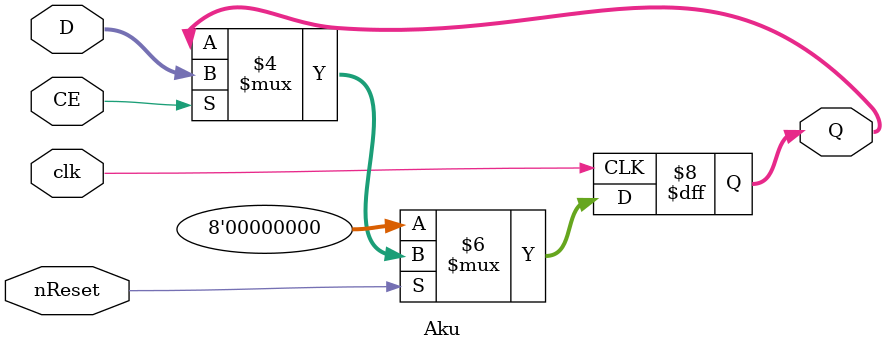
<source format=sv>
module Reg_CY(
input CE,
input CY_in,
input clk,

output logic CY_out
);

always @(posedge clk ) begin
    if(CE==1)
        CY_out <= CY_in;
end
endmodule


module Aku(
    input CE,
    input [7:0] D,
    input clk,
    input nReset,

    output reg [7:0] Q
);

always @(posedge clk ) begin
    if(nReset) begin
        if(CE==1)
            Q <= D;
    end
    else 
        Q <= 8'h00;
end
endmodule 
</source>
